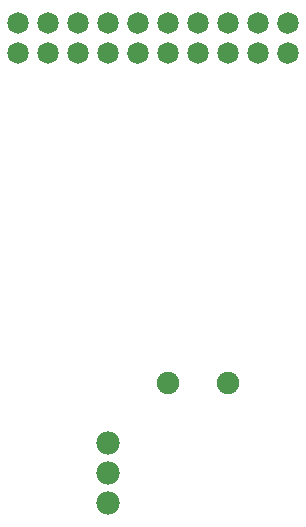
<source format=gbl>
G04 MADE WITH FRITZING*
G04 WWW.FRITZING.ORG*
G04 DOUBLE SIDED*
G04 HOLES PLATED*
G04 CONTOUR ON CENTER OF CONTOUR VECTOR*
%ASAXBY*%
%FSLAX23Y23*%
%MOIN*%
%OFA0B0*%
%SFA1.0B1.0*%
%ADD10C,0.071889*%
%ADD11C,0.071917*%
%ADD12C,0.078000*%
%ADD13C,0.075433*%
%ADD14R,0.001000X0.001000*%
%LNCOPPER0*%
G90*
G70*
G54D10*
X73Y2010D03*
X173Y2010D03*
X273Y2010D03*
X373Y2010D03*
G54D11*
X473Y2010D03*
G54D10*
X573Y2010D03*
X673Y2010D03*
X773Y2010D03*
X873Y2010D03*
G54D11*
X973Y2010D03*
X973Y2110D03*
G54D10*
X873Y2110D03*
X773Y2110D03*
X673Y2110D03*
X573Y2110D03*
G54D11*
X473Y2110D03*
G54D10*
X373Y2110D03*
X273Y2110D03*
X173Y2110D03*
X73Y2110D03*
G54D12*
X373Y710D03*
X373Y610D03*
X373Y510D03*
G54D13*
X573Y910D03*
X773Y910D03*
G54D14*
D02*
G04 End of Copper0*
M02*
</source>
